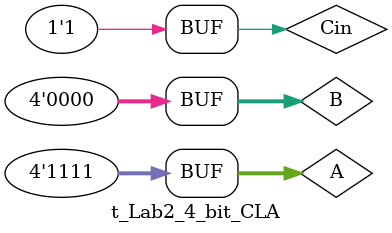
<source format=v>
module t_Lab2_4_bit_CLA;
wire [3:0] Sum;
wire Cout ;
reg [3:0] A,B;
reg Cin;
Lab2_4_bit_CLA m0(Sum,Cout,A,B,Cin);
initial
begin
    A=4'b1101;B=4'b0101;Cin=0;
#50 A=4'b1100;B=4'b1000;Cin=1;
#50 A=4'b0101;B=4'b1101;Cin=0;
#50 A=4'b1000;B=4'b1100;Cin=1;
#50 A=4'b0101;B=4'b0101;Cin=0;
#50 A=4'b1011;B=4'b1011;Cin=1;
#50 A=4'b1111;B=4'b1111;Cin=1;
#50 A=4'b1111;B=4'b0000;Cin=1;
end
endmodule

</source>
